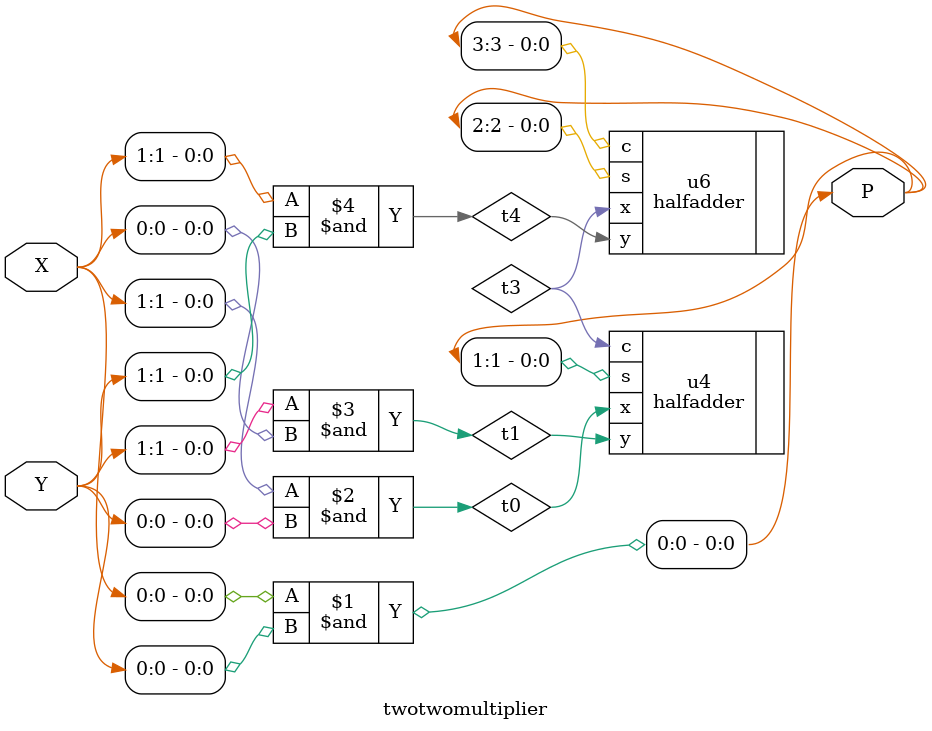
<source format=v>
`timescale 1ns / 1ps


module twotwomultiplier(X,Y,P);

input [1:0] X;
input [1:0] Y;
wire t0,t1,t3,t4;
output [3:0] P;

and u1(P[0],X[0],Y[0]);
and u2(t0,X[1],Y[0]);
and u3(t1,Y[1],X[0]);
and u5(t4,X[1],Y[1]);

halfadder u4(.x(t0),.y(t1),.s(P[1]),.c(t3));
halfadder u6(.x(t3),.y(t4),.s(P[2]),.c(P[3]));

endmodule

</source>
